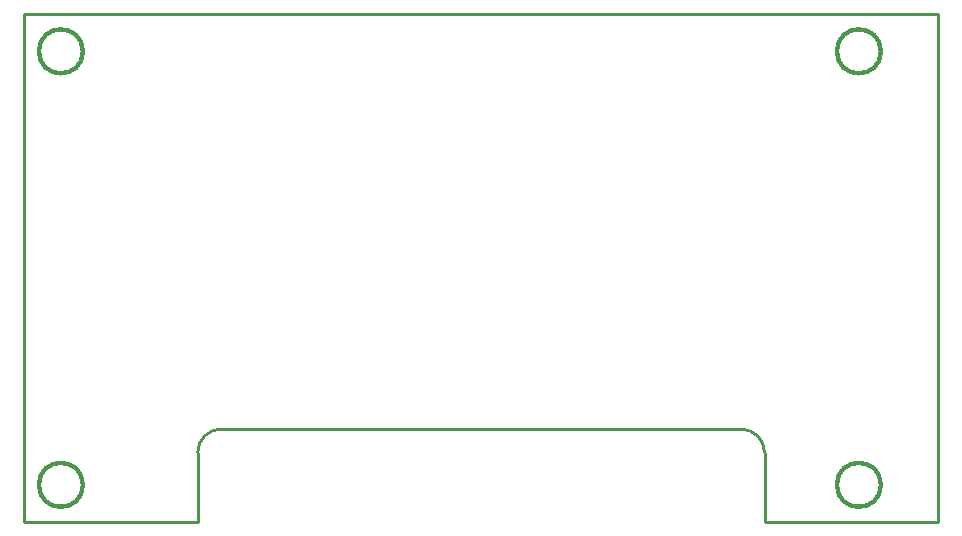
<source format=gko>
G04 Layer: BoardOutlineLayer*
G04 EasyEDA v6.5.22, 2023-04-11 14:51:41*
G04 09d7e0edd1714e2dabe8a3ea8b78781f,917733c78a1c4f138cc1705716371eb4,10*
G04 Gerber Generator version 0.2*
G04 Scale: 100 percent, Rotated: No, Reflected: No *
G04 Dimensions in inches *
G04 leading zeros omitted , absolute positions ,3 integer and 6 decimal *
%FSLAX36Y36*%
%MOIN*%

%ADD10C,0.0100*%
D10*
X2241424Y-840812D02*
G01*
X2241424Y-610495D01*
X430405Y-531760D02*
G01*
X2162684Y-531760D01*
X351666Y-610495D02*
G01*
X351666Y-840812D01*
X2819042Y-840812D02*
G01*
X2241424Y-840812D01*
X351666Y-840812D02*
G01*
X-225951Y-840812D01*
X2819042Y-840812D02*
G01*
X2819042Y850183D01*
X-225951Y850183D02*
G01*
X2819042Y850183D01*
X-225951Y850183D02*
G01*
X-225951Y-840812D01*
G75*
G01
X-33576Y727180D02*
G03X-33576Y727180I-70870J0D01*
G75*
G01
X2626414Y-717810D02*
G03X2626414Y-717810I-70870J0D01*
G75*
G01
X-33576Y-717810D02*
G03X-33576Y-717810I-70870J0D01*
G75*
G01
X2626414Y727180D02*
G03X2626414Y727180I-70870J0D01*
G75*
G01*
X430405Y-531758D02*
G03*
X351665Y-610498I0J-78740D01*
G75*
G01*
X2241425Y-610498D02*
G03*
X2162685Y-531758I-78740J0D01*
G75*
G01*
X2479677Y727183D02*
G02*
X2631409Y727183I75866J0D01*
G75*
G01*
X2631409Y727183D02*
G02*
X2479677Y727183I-75866J0D01*
X2479676Y727183D02*
G01*
X2479676Y727183D01*
G75*
G01*
X2479677Y-717814D02*
G02*
X2631409Y-717814I75866J0D01*
G75*
G01*
X2631409Y-717814D02*
G02*
X2479677Y-717814I-75866J0D01*
X2479676Y-717813D02*
G01*
X2479676Y-717813D01*
G75*
G01*
X-180317Y727183D02*
G02*
X-28585Y727183I75866J0D01*
G75*
G01*
X-28585Y727183D02*
G02*
X-180317Y727183I-75866J0D01*
X-180317Y727183D02*
G01*
X-180317Y727183D01*
G75*
G01*
X-180317Y-717814D02*
G02*
X-28585Y-717814I75866J0D01*
G75*
G01*
X-28585Y-717814D02*
G02*
X-180317Y-717814I-75866J0D01*
X-180317Y-717813D02*
G01*
X-180317Y-717813D01*

%LPD*%
M02*

</source>
